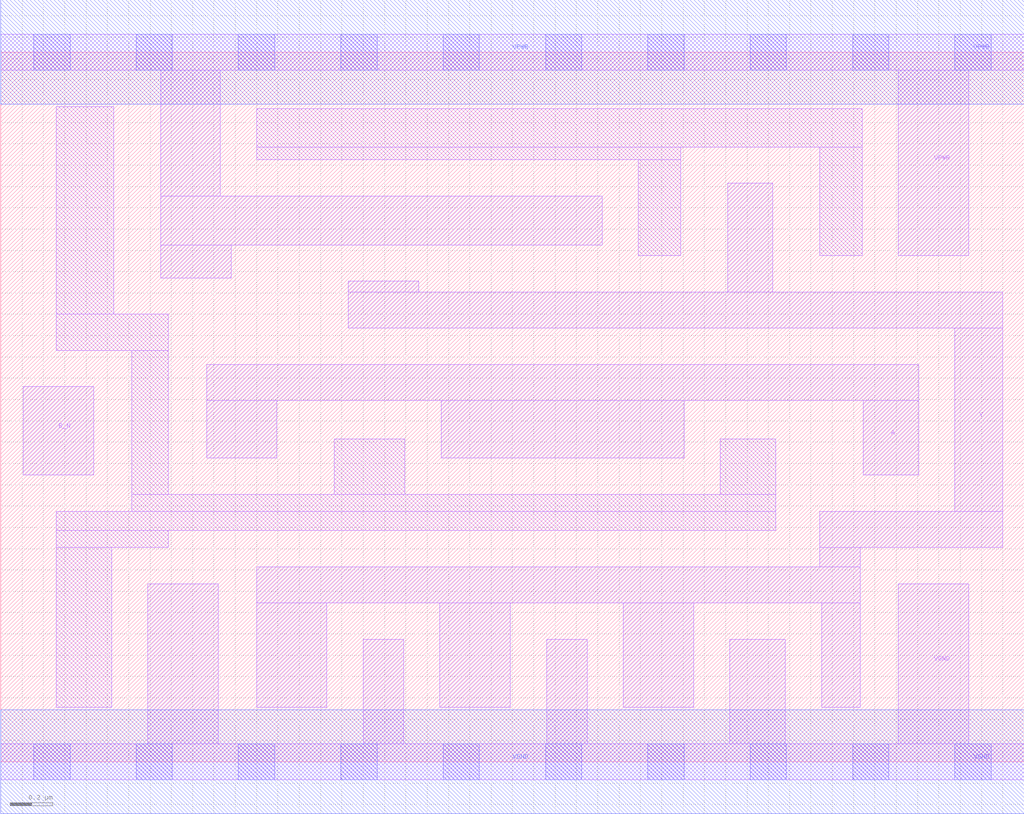
<source format=lef>
# Copyright 2020 The SkyWater PDK Authors
#
# Licensed under the Apache License, Version 2.0 (the "License");
# you may not use this file except in compliance with the License.
# You may obtain a copy of the License at
#
#     https://www.apache.org/licenses/LICENSE-2.0
#
# Unless required by applicable law or agreed to in writing, software
# distributed under the License is distributed on an "AS IS" BASIS,
# WITHOUT WARRANTIES OR CONDITIONS OF ANY KIND, either express or implied.
# See the License for the specific language governing permissions and
# limitations under the License.
#
# SPDX-License-Identifier: Apache-2.0

VERSION 5.7 ;
  NAMESCASESENSITIVE ON ;
  NOWIREEXTENSIONATPIN ON ;
  DIVIDERCHAR "/" ;
  BUSBITCHARS "[]" ;
UNITS
  DATABASE MICRONS 200 ;
END UNITS
MACRO sky130_fd_sc_lp__nor2b_4
  CLASS CORE ;
  SOURCE USER ;
  FOREIGN sky130_fd_sc_lp__nor2b_4 ;
  ORIGIN  0.000000  0.000000 ;
  SIZE  4.800000 BY  3.330000 ;
  SYMMETRY X Y R90 ;
  SITE unit ;
  PIN A
    ANTENNAGATEAREA  1.260000 ;
    DIRECTION INPUT ;
    USE SIGNAL ;
    PORT
      LAYER li1 ;
        RECT 0.965000 1.425000 1.295000 1.695000 ;
        RECT 0.965000 1.695000 4.305000 1.865000 ;
        RECT 2.065000 1.425000 3.205000 1.695000 ;
        RECT 4.045000 1.345000 4.305000 1.695000 ;
    END
  END A
  PIN B_N
    ANTENNAGATEAREA  0.315000 ;
    DIRECTION INPUT ;
    USE SIGNAL ;
    PORT
      LAYER li1 ;
        RECT 0.105000 1.345000 0.435000 1.760000 ;
    END
  END B_N
  PIN Y
    ANTENNADIFFAREA  1.646400 ;
    DIRECTION OUTPUT ;
    USE SIGNAL ;
    PORT
      LAYER li1 ;
        RECT 1.200000 0.255000 1.530000 0.745000 ;
        RECT 1.200000 0.745000 4.030000 0.915000 ;
        RECT 1.630000 2.035000 4.700000 2.205000 ;
        RECT 1.630000 2.205000 1.960000 2.255000 ;
        RECT 2.060000 0.255000 2.390000 0.745000 ;
        RECT 2.920000 0.255000 3.250000 0.745000 ;
        RECT 3.410000 2.205000 3.620000 2.715000 ;
        RECT 3.840000 0.915000 4.030000 1.005000 ;
        RECT 3.840000 1.005000 4.700000 1.175000 ;
        RECT 3.850000 0.255000 4.030000 0.745000 ;
        RECT 4.475000 1.175000 4.700000 2.035000 ;
    END
  END Y
  PIN VGND
    DIRECTION INOUT ;
    USE GROUND ;
    PORT
      LAYER li1 ;
        RECT 0.000000 -0.085000 4.800000 0.085000 ;
        RECT 0.690000  0.085000 1.020000 0.835000 ;
        RECT 1.700000  0.085000 1.890000 0.575000 ;
        RECT 2.560000  0.085000 2.750000 0.575000 ;
        RECT 3.420000  0.085000 3.680000 0.575000 ;
        RECT 4.210000  0.085000 4.540000 0.835000 ;
      LAYER mcon ;
        RECT 0.155000 -0.085000 0.325000 0.085000 ;
        RECT 0.635000 -0.085000 0.805000 0.085000 ;
        RECT 1.115000 -0.085000 1.285000 0.085000 ;
        RECT 1.595000 -0.085000 1.765000 0.085000 ;
        RECT 2.075000 -0.085000 2.245000 0.085000 ;
        RECT 2.555000 -0.085000 2.725000 0.085000 ;
        RECT 3.035000 -0.085000 3.205000 0.085000 ;
        RECT 3.515000 -0.085000 3.685000 0.085000 ;
        RECT 3.995000 -0.085000 4.165000 0.085000 ;
        RECT 4.475000 -0.085000 4.645000 0.085000 ;
      LAYER met1 ;
        RECT 0.000000 -0.245000 4.800000 0.245000 ;
    END
  END VGND
  PIN VPWR
    DIRECTION INOUT ;
    USE POWER ;
    PORT
      LAYER li1 ;
        RECT 0.000000 3.245000 4.800000 3.415000 ;
        RECT 0.750000 2.270000 1.080000 2.425000 ;
        RECT 0.750000 2.425000 2.820000 2.655000 ;
        RECT 0.750000 2.655000 1.030000 3.245000 ;
        RECT 4.210000 2.375000 4.540000 3.245000 ;
      LAYER mcon ;
        RECT 0.155000 3.245000 0.325000 3.415000 ;
        RECT 0.635000 3.245000 0.805000 3.415000 ;
        RECT 1.115000 3.245000 1.285000 3.415000 ;
        RECT 1.595000 3.245000 1.765000 3.415000 ;
        RECT 2.075000 3.245000 2.245000 3.415000 ;
        RECT 2.555000 3.245000 2.725000 3.415000 ;
        RECT 3.035000 3.245000 3.205000 3.415000 ;
        RECT 3.515000 3.245000 3.685000 3.415000 ;
        RECT 3.995000 3.245000 4.165000 3.415000 ;
        RECT 4.475000 3.245000 4.645000 3.415000 ;
      LAYER met1 ;
        RECT 0.000000 3.085000 4.800000 3.575000 ;
    END
  END VPWR
  OBS
    LAYER li1 ;
      RECT 0.260000 0.255000 0.520000 1.005000 ;
      RECT 0.260000 1.005000 0.785000 1.085000 ;
      RECT 0.260000 1.085000 3.635000 1.175000 ;
      RECT 0.260000 1.930000 0.785000 2.100000 ;
      RECT 0.260000 2.100000 0.530000 3.075000 ;
      RECT 0.615000 1.175000 3.635000 1.255000 ;
      RECT 0.615000 1.255000 0.785000 1.930000 ;
      RECT 1.200000 2.825000 3.190000 2.885000 ;
      RECT 1.200000 2.885000 4.040000 3.065000 ;
      RECT 1.565000 1.255000 1.895000 1.515000 ;
      RECT 2.990000 2.375000 3.190000 2.825000 ;
      RECT 3.375000 1.255000 3.635000 1.515000 ;
      RECT 3.840000 2.375000 4.040000 2.885000 ;
  END
END sky130_fd_sc_lp__nor2b_4

</source>
